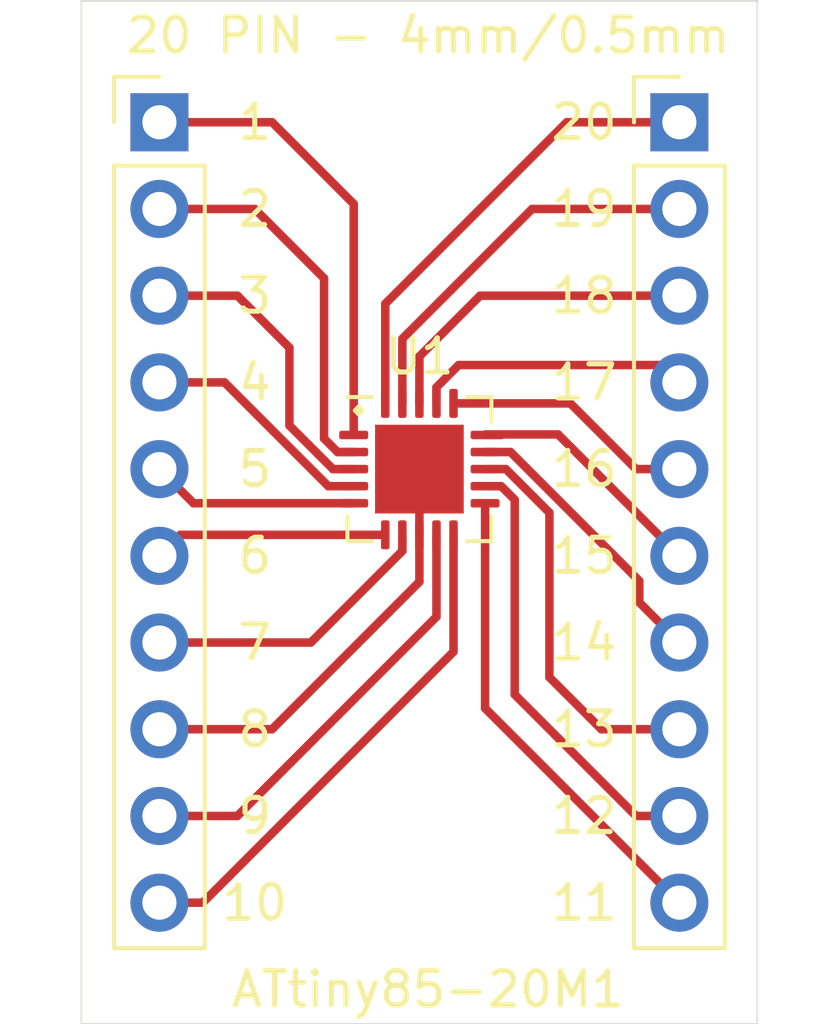
<source format=kicad_pcb>
(kicad_pcb (version 20171130) (host pcbnew "(5.1.9-0-10_14)")

  (general
    (thickness 1.6)
    (drawings 31)
    (tracks 69)
    (zones 0)
    (modules 3)
    (nets 21)
  )

  (page A4)
  (layers
    (0 F.Cu signal)
    (31 B.Cu signal)
    (32 B.Adhes user)
    (33 F.Adhes user)
    (34 B.Paste user)
    (35 F.Paste user)
    (36 B.SilkS user)
    (37 F.SilkS user)
    (38 B.Mask user)
    (39 F.Mask user)
    (40 Dwgs.User user)
    (41 Cmts.User user)
    (42 Eco1.User user)
    (43 Eco2.User user)
    (44 Edge.Cuts user)
    (45 Margin user)
    (46 B.CrtYd user)
    (47 F.CrtYd user)
    (48 B.Fab user)
    (49 F.Fab user)
  )

  (setup
    (last_trace_width 0.25)
    (trace_clearance 0.2)
    (zone_clearance 0.508)
    (zone_45_only no)
    (trace_min 0.2)
    (via_size 0.8)
    (via_drill 0.4)
    (via_min_size 0.4)
    (via_min_drill 0.3)
    (uvia_size 0.3)
    (uvia_drill 0.1)
    (uvias_allowed no)
    (uvia_min_size 0.2)
    (uvia_min_drill 0.1)
    (edge_width 0.05)
    (segment_width 0.2)
    (pcb_text_width 0.3)
    (pcb_text_size 1.5 1.5)
    (mod_edge_width 0.12)
    (mod_text_size 1 1)
    (mod_text_width 0.15)
    (pad_size 0.25 0.85)
    (pad_drill 0)
    (pad_to_mask_clearance 0)
    (aux_axis_origin 0 0)
    (visible_elements FFFFFF7F)
    (pcbplotparams
      (layerselection 0x010fc_ffffffff)
      (usegerberextensions false)
      (usegerberattributes true)
      (usegerberadvancedattributes true)
      (creategerberjobfile true)
      (excludeedgelayer true)
      (linewidth 0.100000)
      (plotframeref false)
      (viasonmask false)
      (mode 1)
      (useauxorigin false)
      (hpglpennumber 1)
      (hpglpenspeed 20)
      (hpglpendiameter 15.000000)
      (psnegative false)
      (psa4output false)
      (plotreference true)
      (plotvalue true)
      (plotinvisibletext false)
      (padsonsilk false)
      (subtractmaskfromsilk false)
      (outputformat 1)
      (mirror false)
      (drillshape 1)
      (scaleselection 1)
      (outputdirectory ""))
  )

  (net 0 "")
  (net 1 "Net-(J1-Pad10)")
  (net 2 "Net-(J1-Pad9)")
  (net 3 8)
  (net 4 "Net-(J1-Pad7)")
  (net 5 "Net-(J1-Pad6)")
  (net 6 5)
  (net 7 "Net-(J1-Pad4)")
  (net 8 "Net-(J1-Pad3)")
  (net 9 2)
  (net 10 1)
  (net 11 "Net-(J2-Pad8)")
  (net 12 15)
  (net 13 14)
  (net 14 "Net-(J2-Pad3)")
  (net 15 12)
  (net 16 11)
  (net 17 "Net-(J2-Pad5)")
  (net 18 "Net-(J2-Pad4)")
  (net 19 "Net-(J2-Pad2)")
  (net 20 "Net-(J2-Pad1)")

  (net_class Default "This is the default net class."
    (clearance 0.2)
    (trace_width 0.25)
    (via_dia 0.8)
    (via_drill 0.4)
    (uvia_dia 0.3)
    (uvia_drill 0.1)
    (add_net 1)
    (add_net 11)
    (add_net 12)
    (add_net 14)
    (add_net 15)
    (add_net 2)
    (add_net 5)
    (add_net 8)
    (add_net "Net-(J1-Pad10)")
    (add_net "Net-(J1-Pad3)")
    (add_net "Net-(J1-Pad4)")
    (add_net "Net-(J1-Pad6)")
    (add_net "Net-(J1-Pad7)")
    (add_net "Net-(J1-Pad9)")
    (add_net "Net-(J2-Pad1)")
    (add_net "Net-(J2-Pad2)")
    (add_net "Net-(J2-Pad3)")
    (add_net "Net-(J2-Pad4)")
    (add_net "Net-(J2-Pad5)")
    (add_net "Net-(J2-Pad8)")
  )

  (module Package_DFN_QFN:QFN-20-1EP_4x4mm_P0.5mm_EP2.6x2.6mm (layer F.Cu) (tedit 60752B91) (tstamp 6075803C)
    (at 156.21 86.36)
    (descr "QFN, 20 Pin (http://ww1.microchip.com/downloads/en/DeviceDoc/doc2535.pdf#page=164), generated with kicad-footprint-generator ipc_noLead_generator.py")
    (tags "QFN NoLead")
    (path /6073FFA9)
    (attr smd)
    (fp_text reference U1 (at 0 -3.3) (layer F.SilkS)
      (effects (font (size 1 1) (thickness 0.15)))
    )
    (fp_text value ATtiny85-20MU (at 0 3.3) (layer F.Fab)
      (effects (font (size 1 1) (thickness 0.15)))
    )
    (fp_line (start 2.6 -2.6) (end -2.6 -2.6) (layer F.CrtYd) (width 0.05))
    (fp_line (start 2.6 2.6) (end 2.6 -2.6) (layer F.CrtYd) (width 0.05))
    (fp_line (start -2.6 2.6) (end 2.6 2.6) (layer F.CrtYd) (width 0.05))
    (fp_line (start -2.6 -2.6) (end -2.6 2.6) (layer F.CrtYd) (width 0.05))
    (fp_line (start -2 -1) (end -1 -2) (layer F.Fab) (width 0.1))
    (fp_line (start -2 2) (end -2 -1) (layer F.Fab) (width 0.1))
    (fp_line (start 2 2) (end -2 2) (layer F.Fab) (width 0.1))
    (fp_line (start 2 -2) (end 2 2) (layer F.Fab) (width 0.1))
    (fp_line (start -1 -2) (end 2 -2) (layer F.Fab) (width 0.1))
    (fp_line (start -1.385 -2.11) (end -2.11 -2.11) (layer F.SilkS) (width 0.12))
    (fp_line (start 2.11 2.11) (end 2.11 1.385) (layer F.SilkS) (width 0.12))
    (fp_line (start 1.385 2.11) (end 2.11 2.11) (layer F.SilkS) (width 0.12))
    (fp_line (start -2.11 2.11) (end -2.11 1.385) (layer F.SilkS) (width 0.12))
    (fp_line (start -1.385 2.11) (end -2.11 2.11) (layer F.SilkS) (width 0.12))
    (fp_line (start 2.11 -2.11) (end 2.11 -1.385) (layer F.SilkS) (width 0.12))
    (fp_line (start 1.385 -2.11) (end 2.11 -2.11) (layer F.SilkS) (width 0.12))
    (fp_text user %R (at 0 0) (layer F.Fab)
      (effects (font (size 1 1) (thickness 0.15)))
    )
    (pad "" smd roundrect (at 0.65 0.65) (size 1.05 1.05) (layers F.Paste) (roundrect_rratio 0.238095))
    (pad "" smd roundrect (at 0.65 -0.65) (size 1.05 1.05) (layers F.Paste) (roundrect_rratio 0.238095))
    (pad "" smd roundrect (at -0.65 0.65) (size 1.05 1.05) (layers F.Paste) (roundrect_rratio 0.238095))
    (pad "" smd roundrect (at -0.65 -0.65) (size 1.05 1.05) (layers F.Paste) (roundrect_rratio 0.238095))
    (pad 21 smd rect (at 0 0) (size 2.6 2.6) (layers F.Cu F.Mask)
      (net 3 8))
    (pad 20 smd roundrect (at -1 -1.925) (size 0.25 0.85) (layers F.Cu F.Paste F.Mask) (roundrect_rratio 0.25)
      (net 20 "Net-(J2-Pad1)"))
    (pad 19 smd roundrect (at -0.5 -1.925) (size 0.25 0.85) (layers F.Cu F.Paste F.Mask) (roundrect_rratio 0.25)
      (net 19 "Net-(J2-Pad2)"))
    (pad 18 smd roundrect (at 0 -1.925) (size 0.25 0.85) (layers F.Cu F.Paste F.Mask) (roundrect_rratio 0.25)
      (net 14 "Net-(J2-Pad3)"))
    (pad 17 smd roundrect (at 0.5 -1.925) (size 0.25 0.85) (layers F.Cu F.Paste F.Mask) (roundrect_rratio 0.25)
      (net 18 "Net-(J2-Pad4)"))
    (pad 16 smd roundrect (at 1 -1.925) (size 0.25 0.85) (layers F.Cu F.Paste F.Mask) (roundrect_rratio 0.25)
      (net 17 "Net-(J2-Pad5)"))
    (pad 15 smd roundrect (at 1.925 -1) (size 0.85 0.25) (layers F.Cu F.Paste F.Mask) (roundrect_rratio 0.25)
      (net 12 15))
    (pad 14 smd roundrect (at 1.925 -0.5) (size 0.85 0.25) (layers F.Cu F.Paste F.Mask) (roundrect_rratio 0.25)
      (net 13 14))
    (pad 13 smd roundrect (at 1.925 0) (size 0.85 0.25) (layers F.Cu F.Paste F.Mask) (roundrect_rratio 0.25)
      (net 11 "Net-(J2-Pad8)"))
    (pad 12 smd roundrect (at 1.925 0.5) (size 0.85 0.25) (layers F.Cu F.Paste F.Mask) (roundrect_rratio 0.25)
      (net 15 12))
    (pad 11 smd roundrect (at 1.925 1) (size 0.85 0.25) (layers F.Cu F.Paste F.Mask) (roundrect_rratio 0.25)
      (net 16 11))
    (pad 10 smd roundrect (at 1 1.925) (size 0.25 0.85) (layers F.Cu F.Paste F.Mask) (roundrect_rratio 0.25)
      (net 1 "Net-(J1-Pad10)"))
    (pad 9 smd roundrect (at 0.5 1.925) (size 0.25 0.85) (layers F.Cu F.Paste F.Mask) (roundrect_rratio 0.25)
      (net 2 "Net-(J1-Pad9)"))
    (pad 8 smd roundrect (at 0 1.925) (size 0.25 0.85) (layers F.Cu F.Paste F.Mask) (roundrect_rratio 0.25)
      (net 3 8))
    (pad 7 smd roundrect (at -0.5 1.925) (size 0.25 0.85) (layers F.Cu F.Paste F.Mask) (roundrect_rratio 0.25)
      (net 4 "Net-(J1-Pad7)"))
    (pad 6 smd roundrect (at -1 1.925) (size 0.25 0.85) (layers F.Cu F.Paste F.Mask) (roundrect_rratio 0.25)
      (net 5 "Net-(J1-Pad6)"))
    (pad 5 smd roundrect (at -1.925 1) (size 0.85 0.25) (layers F.Cu F.Paste F.Mask) (roundrect_rratio 0.25)
      (net 6 5))
    (pad 4 smd roundrect (at -1.925 0.5) (size 0.85 0.25) (layers F.Cu F.Paste F.Mask) (roundrect_rratio 0.25)
      (net 7 "Net-(J1-Pad4)"))
    (pad 3 smd roundrect (at -1.925 0) (size 0.85 0.25) (layers F.Cu F.Paste F.Mask) (roundrect_rratio 0.25)
      (net 8 "Net-(J1-Pad3)"))
    (pad 2 smd roundrect (at -1.925 -0.5) (size 0.85 0.25) (layers F.Cu F.Paste F.Mask) (roundrect_rratio 0.25)
      (net 9 2))
    (pad 1 smd roundrect (at -1.925 -1) (size 0.85 0.25) (layers F.Cu F.Paste F.Mask) (roundrect_rratio 0.25)
      (net 10 1))
    (model ${KISYS3DMOD}/Package_DFN_QFN.3dshapes/QFN-20-1EP_4x4mm_P0.5mm_EP2.6x2.6mm.wrl
      (at (xyz 0 0 0))
      (scale (xyz 1 1 1))
      (rotate (xyz 0 0 0))
    )
  )

  (module Connector_PinHeader_2.54mm:PinHeader_1x10_P2.54mm_Vertical (layer F.Cu) (tedit 59FED5CC) (tstamp 6075772E)
    (at 163.83 76.2)
    (descr "Through hole straight pin header, 1x10, 2.54mm pitch, single row")
    (tags "Through hole pin header THT 1x10 2.54mm single row")
    (path /60746791)
    (fp_text reference J2 (at 0 -2.33) (layer F.SilkS) hide
      (effects (font (size 1 1) (thickness 0.15)))
    )
    (fp_text value Conn_01x10 (at 0 25.19) (layer F.Fab)
      (effects (font (size 1 1) (thickness 0.15)))
    )
    (fp_line (start 1.8 -1.8) (end -1.8 -1.8) (layer F.CrtYd) (width 0.05))
    (fp_line (start 1.8 24.65) (end 1.8 -1.8) (layer F.CrtYd) (width 0.05))
    (fp_line (start -1.8 24.65) (end 1.8 24.65) (layer F.CrtYd) (width 0.05))
    (fp_line (start -1.8 -1.8) (end -1.8 24.65) (layer F.CrtYd) (width 0.05))
    (fp_line (start -1.33 -1.33) (end 0 -1.33) (layer F.SilkS) (width 0.12))
    (fp_line (start -1.33 0) (end -1.33 -1.33) (layer F.SilkS) (width 0.12))
    (fp_line (start -1.33 1.27) (end 1.33 1.27) (layer F.SilkS) (width 0.12))
    (fp_line (start 1.33 1.27) (end 1.33 24.19) (layer F.SilkS) (width 0.12))
    (fp_line (start -1.33 1.27) (end -1.33 24.19) (layer F.SilkS) (width 0.12))
    (fp_line (start -1.33 24.19) (end 1.33 24.19) (layer F.SilkS) (width 0.12))
    (fp_line (start -1.27 -0.635) (end -0.635 -1.27) (layer F.Fab) (width 0.1))
    (fp_line (start -1.27 24.13) (end -1.27 -0.635) (layer F.Fab) (width 0.1))
    (fp_line (start 1.27 24.13) (end -1.27 24.13) (layer F.Fab) (width 0.1))
    (fp_line (start 1.27 -1.27) (end 1.27 24.13) (layer F.Fab) (width 0.1))
    (fp_line (start -0.635 -1.27) (end 1.27 -1.27) (layer F.Fab) (width 0.1))
    (fp_text user %R (at 0 11.43 90) (layer F.Fab)
      (effects (font (size 1 1) (thickness 0.15)))
    )
    (pad 10 thru_hole oval (at 0 22.86) (size 1.7 1.7) (drill 1) (layers *.Cu *.Mask)
      (net 16 11))
    (pad 9 thru_hole oval (at 0 20.32) (size 1.7 1.7) (drill 1) (layers *.Cu *.Mask)
      (net 15 12))
    (pad 8 thru_hole oval (at 0 17.78) (size 1.7 1.7) (drill 1) (layers *.Cu *.Mask)
      (net 11 "Net-(J2-Pad8)"))
    (pad 7 thru_hole oval (at 0 15.24) (size 1.7 1.7) (drill 1) (layers *.Cu *.Mask)
      (net 13 14))
    (pad 6 thru_hole oval (at 0 12.7) (size 1.7 1.7) (drill 1) (layers *.Cu *.Mask)
      (net 12 15))
    (pad 5 thru_hole oval (at 0 10.16) (size 1.7 1.7) (drill 1) (layers *.Cu *.Mask)
      (net 17 "Net-(J2-Pad5)"))
    (pad 4 thru_hole oval (at 0 7.62) (size 1.7 1.7) (drill 1) (layers *.Cu *.Mask)
      (net 18 "Net-(J2-Pad4)"))
    (pad 3 thru_hole oval (at 0 5.08) (size 1.7 1.7) (drill 1) (layers *.Cu *.Mask)
      (net 14 "Net-(J2-Pad3)"))
    (pad 2 thru_hole oval (at 0 2.54) (size 1.7 1.7) (drill 1) (layers *.Cu *.Mask)
      (net 19 "Net-(J2-Pad2)"))
    (pad 1 thru_hole rect (at 0 0) (size 1.7 1.7) (drill 1) (layers *.Cu *.Mask)
      (net 20 "Net-(J2-Pad1)"))
    (model ${KISYS3DMOD}/Connector_PinHeader_2.54mm.3dshapes/PinHeader_1x10_P2.54mm_Vertical.wrl
      (at (xyz 0 0 0))
      (scale (xyz 1 1 1))
      (rotate (xyz 0 0 0))
    )
  )

  (module Connector_PinHeader_2.54mm:PinHeader_1x10_P2.54mm_Vertical (layer F.Cu) (tedit 59FED5CC) (tstamp 60757710)
    (at 148.59 76.2)
    (descr "Through hole straight pin header, 1x10, 2.54mm pitch, single row")
    (tags "Through hole pin header THT 1x10 2.54mm single row")
    (path /60748EDE)
    (fp_text reference J1 (at 0 -2.33) (layer F.SilkS) hide
      (effects (font (size 1 1) (thickness 0.15)))
    )
    (fp_text value Conn_01x10 (at 0 25.19) (layer F.Fab)
      (effects (font (size 1 1) (thickness 0.15)))
    )
    (fp_line (start 1.8 -1.8) (end -1.8 -1.8) (layer F.CrtYd) (width 0.05))
    (fp_line (start 1.8 24.65) (end 1.8 -1.8) (layer F.CrtYd) (width 0.05))
    (fp_line (start -1.8 24.65) (end 1.8 24.65) (layer F.CrtYd) (width 0.05))
    (fp_line (start -1.8 -1.8) (end -1.8 24.65) (layer F.CrtYd) (width 0.05))
    (fp_line (start -1.33 -1.33) (end 0 -1.33) (layer F.SilkS) (width 0.12))
    (fp_line (start -1.33 0) (end -1.33 -1.33) (layer F.SilkS) (width 0.12))
    (fp_line (start -1.33 1.27) (end 1.33 1.27) (layer F.SilkS) (width 0.12))
    (fp_line (start 1.33 1.27) (end 1.33 24.19) (layer F.SilkS) (width 0.12))
    (fp_line (start -1.33 1.27) (end -1.33 24.19) (layer F.SilkS) (width 0.12))
    (fp_line (start -1.33 24.19) (end 1.33 24.19) (layer F.SilkS) (width 0.12))
    (fp_line (start -1.27 -0.635) (end -0.635 -1.27) (layer F.Fab) (width 0.1))
    (fp_line (start -1.27 24.13) (end -1.27 -0.635) (layer F.Fab) (width 0.1))
    (fp_line (start 1.27 24.13) (end -1.27 24.13) (layer F.Fab) (width 0.1))
    (fp_line (start 1.27 -1.27) (end 1.27 24.13) (layer F.Fab) (width 0.1))
    (fp_line (start -0.635 -1.27) (end 1.27 -1.27) (layer F.Fab) (width 0.1))
    (fp_text user %R (at 0 11.43 90) (layer F.Fab)
      (effects (font (size 1 1) (thickness 0.15)))
    )
    (pad 10 thru_hole oval (at 0 22.86) (size 1.7 1.7) (drill 1) (layers *.Cu *.Mask)
      (net 1 "Net-(J1-Pad10)"))
    (pad 9 thru_hole oval (at 0 20.32) (size 1.7 1.7) (drill 1) (layers *.Cu *.Mask)
      (net 2 "Net-(J1-Pad9)"))
    (pad 8 thru_hole oval (at 0 17.78) (size 1.7 1.7) (drill 1) (layers *.Cu *.Mask)
      (net 3 8))
    (pad 7 thru_hole oval (at 0 15.24) (size 1.7 1.7) (drill 1) (layers *.Cu *.Mask)
      (net 4 "Net-(J1-Pad7)"))
    (pad 6 thru_hole oval (at 0 12.7) (size 1.7 1.7) (drill 1) (layers *.Cu *.Mask)
      (net 5 "Net-(J1-Pad6)"))
    (pad 5 thru_hole oval (at 0 10.16) (size 1.7 1.7) (drill 1) (layers *.Cu *.Mask)
      (net 6 5))
    (pad 4 thru_hole oval (at 0 7.62) (size 1.7 1.7) (drill 1) (layers *.Cu *.Mask)
      (net 7 "Net-(J1-Pad4)"))
    (pad 3 thru_hole oval (at 0 5.08) (size 1.7 1.7) (drill 1) (layers *.Cu *.Mask)
      (net 8 "Net-(J1-Pad3)"))
    (pad 2 thru_hole oval (at 0 2.54) (size 1.7 1.7) (drill 1) (layers *.Cu *.Mask)
      (net 9 2))
    (pad 1 thru_hole rect (at 0 0) (size 1.7 1.7) (drill 1) (layers *.Cu *.Mask)
      (net 10 1))
    (model ${KISYS3DMOD}/Connector_PinHeader_2.54mm.3dshapes/PinHeader_1x10_P2.54mm_Vertical.wrl
      (at (xyz 0 0 0))
      (scale (xyz 1 1 1))
      (rotate (xyz 0 0 0))
    )
  )

  (gr_text . (at 154.432 83.82) (layer F.SilkS) (tstamp 6075998C)
    (effects (font (size 2 2) (thickness 0.15)))
  )
  (gr_text "20 PIN - 4mm/0.5mm" (at 156.464 73.66) (layer F.SilkS) (tstamp 60759267)
    (effects (font (size 1 1) (thickness 0.15)))
  )
  (gr_text ATtiny85-20M1 (at 156.464 101.6) (layer F.SilkS)
    (effects (font (size 1 1) (thickness 0.15)))
  )
  (gr_line (start 146.304 102.616) (end 146.304 101.6) (layer Edge.Cuts) (width 0.05) (tstamp 607590C0))
  (gr_line (start 166.116 102.616) (end 146.304 102.616) (layer Edge.Cuts) (width 0.05))
  (gr_line (start 166.116 101.6) (end 166.116 102.616) (layer Edge.Cuts) (width 0.05))
  (gr_text 20 (at 161.036 76.2) (layer F.SilkS) (tstamp 60758F97)
    (effects (font (size 1 1) (thickness 0.15)))
  )
  (gr_text 19 (at 161.036 78.74) (layer F.SilkS) (tstamp 60758F97)
    (effects (font (size 1 1) (thickness 0.15)))
  )
  (gr_text "18\n" (at 161.036 81.28) (layer F.SilkS) (tstamp 60758F97)
    (effects (font (size 1 1) (thickness 0.15)))
  )
  (gr_text 17 (at 161.036 83.82) (layer F.SilkS) (tstamp 60758F97)
    (effects (font (size 1 1) (thickness 0.15)))
  )
  (gr_text "16\n" (at 161.036 86.36) (layer F.SilkS) (tstamp 60758F97)
    (effects (font (size 1 1) (thickness 0.15)))
  )
  (gr_text 15 (at 161.036 88.9) (layer F.SilkS) (tstamp 60758F97)
    (effects (font (size 1 1) (thickness 0.15)))
  )
  (gr_text "14\n" (at 161.036 91.44) (layer F.SilkS) (tstamp 60758F97)
    (effects (font (size 1 1) (thickness 0.15)))
  )
  (gr_text "13\n" (at 161.036 93.98) (layer F.SilkS) (tstamp 60758F97)
    (effects (font (size 1 1) (thickness 0.15)))
  )
  (gr_text "12\n" (at 161.036 96.52) (layer F.SilkS) (tstamp 60758F97)
    (effects (font (size 1 1) (thickness 0.15)))
  )
  (gr_text "11\n" (at 161.036 99.06) (layer F.SilkS) (tstamp 60758F97)
    (effects (font (size 1 1) (thickness 0.15)))
  )
  (gr_text 10 (at 151.384 99.06) (layer F.SilkS) (tstamp 60758F97)
    (effects (font (size 1 1) (thickness 0.15)))
  )
  (gr_text 9 (at 151.384 96.52) (layer F.SilkS) (tstamp 60758F97)
    (effects (font (size 1 1) (thickness 0.15)))
  )
  (gr_text 8 (at 151.384 93.98) (layer F.SilkS) (tstamp 60758F97)
    (effects (font (size 1 1) (thickness 0.15)))
  )
  (gr_text 7 (at 151.384 91.44) (layer F.SilkS) (tstamp 60758F97)
    (effects (font (size 1 1) (thickness 0.15)))
  )
  (gr_text 6 (at 151.384 88.9) (layer F.SilkS) (tstamp 60758F97)
    (effects (font (size 1 1) (thickness 0.15)))
  )
  (gr_text 5 (at 151.384 86.36) (layer F.SilkS) (tstamp 60758F97)
    (effects (font (size 1 1) (thickness 0.15)))
  )
  (gr_text 4 (at 151.384 83.82) (layer F.SilkS) (tstamp 60758F97)
    (effects (font (size 1 1) (thickness 0.15)))
  )
  (gr_text 3 (at 151.384 81.28) (layer F.SilkS) (tstamp 60758F97)
    (effects (font (size 1 1) (thickness 0.15)))
  )
  (gr_text 2 (at 151.384 78.74) (layer F.SilkS) (tstamp 60758F97)
    (effects (font (size 1 1) (thickness 0.15)))
  )
  (gr_text "1\n" (at 151.384 76.2) (layer F.SilkS)
    (effects (font (size 1 1) (thickness 0.15)))
  )
  (gr_line (start 146.304 72.644) (end 146.304 76.2) (layer Edge.Cuts) (width 0.05) (tstamp 60758E45))
  (gr_line (start 166.116 72.644) (end 146.304 72.644) (layer Edge.Cuts) (width 0.05))
  (gr_line (start 166.116 101.6) (end 166.116 72.644) (layer Edge.Cuts) (width 0.05))
  (gr_line (start 146.304 76.2) (end 146.304 101.6) (layer Edge.Cuts) (width 0.05))
  (dimension 15.24 (width 0.15) (layer Dwgs.User)
    (gr_text "15.240 mm" (at 156.21 74.9) (layer Dwgs.User)
      (effects (font (size 1 1) (thickness 0.15)))
    )
    (feature1 (pts (xy 148.59 76.2) (xy 148.59 75.613579)))
    (feature2 (pts (xy 163.83 76.2) (xy 163.83 75.613579)))
    (crossbar (pts (xy 163.83 76.2) (xy 148.59 76.2)))
    (arrow1a (pts (xy 148.59 76.2) (xy 149.716504 75.613579)))
    (arrow1b (pts (xy 148.59 76.2) (xy 149.716504 76.786421)))
    (arrow2a (pts (xy 163.83 76.2) (xy 162.703496 75.613579)))
    (arrow2b (pts (xy 163.83 76.2) (xy 162.703496 76.786421)))
  )

  (segment (start 157.21 88.285) (end 157.21 91.71) (width 0.25) (layer F.Cu) (net 1))
  (segment (start 149.86 99.06) (end 148.59 99.06) (width 0.25) (layer F.Cu) (net 1))
  (segment (start 157.21 91.71) (end 149.86 99.06) (width 0.25) (layer F.Cu) (net 1))
  (segment (start 156.71 90.686) (end 150.876 96.52) (width 0.25) (layer F.Cu) (net 2))
  (segment (start 150.876 96.52) (end 148.59 96.52) (width 0.25) (layer F.Cu) (net 2))
  (segment (start 156.71 88.285) (end 156.71 90.686) (width 0.25) (layer F.Cu) (net 2))
  (segment (start 151.892 93.98) (end 148.59 93.98) (width 0.25) (layer F.Cu) (net 3))
  (segment (start 156.21 89.662) (end 151.892 93.98) (width 0.25) (layer F.Cu) (net 3))
  (segment (start 156.21 88.285) (end 156.21 89.662) (width 0.25) (layer F.Cu) (net 3))
  (segment (start 156.21 88.285) (end 156.21 86.36) (width 0.25) (layer F.Cu) (net 3))
  (segment (start 155.71 88.758022) (end 155.71 88.285) (width 0.25) (layer F.Cu) (net 4))
  (segment (start 153.028022 91.44) (end 155.71 88.758022) (width 0.25) (layer F.Cu) (net 4))
  (segment (start 148.59 91.44) (end 153.028022 91.44) (width 0.25) (layer F.Cu) (net 4))
  (segment (start 149.205 88.285) (end 148.59 88.9) (width 0.25) (layer F.Cu) (net 5))
  (segment (start 155.21 88.285) (end 149.205 88.285) (width 0.25) (layer F.Cu) (net 5))
  (segment (start 149.59 87.36) (end 148.59 86.36) (width 0.25) (layer F.Cu) (net 6))
  (segment (start 154.285 87.36) (end 149.59 87.36) (width 0.25) (layer F.Cu) (net 6))
  (segment (start 153.539158 86.86) (end 150.499158 83.82) (width 0.25) (layer F.Cu) (net 7))
  (segment (start 154.285 86.86) (end 153.539158 86.86) (width 0.25) (layer F.Cu) (net 7))
  (segment (start 150.499158 83.82) (end 148.59 83.82) (width 0.25) (layer F.Cu) (net 7))
  (segment (start 153.675568 86.36) (end 152.4 85.084432) (width 0.25) (layer F.Cu) (net 8))
  (segment (start 154.285 86.36) (end 153.675568 86.36) (width 0.25) (layer F.Cu) (net 8))
  (segment (start 152.4 85.084432) (end 152.4 82.804) (width 0.25) (layer F.Cu) (net 8))
  (segment (start 150.876 81.28) (end 148.59 81.28) (width 0.25) (layer F.Cu) (net 8))
  (segment (start 152.4 82.804) (end 150.876 81.28) (width 0.25) (layer F.Cu) (net 8))
  (segment (start 153.811978 85.86) (end 153.416 85.464022) (width 0.25) (layer F.Cu) (net 9))
  (segment (start 154.285 85.86) (end 153.811978 85.86) (width 0.25) (layer F.Cu) (net 9))
  (segment (start 153.416 85.464022) (end 153.416 80.772) (width 0.25) (layer F.Cu) (net 9))
  (segment (start 151.384 78.74) (end 148.59 78.74) (width 0.25) (layer F.Cu) (net 9))
  (segment (start 153.416 80.772) (end 151.384 78.74) (width 0.25) (layer F.Cu) (net 9))
  (segment (start 154.285 85.36) (end 154.285 78.593) (width 0.25) (layer F.Cu) (net 10))
  (segment (start 151.892 76.2) (end 148.59 76.2) (width 0.25) (layer F.Cu) (net 10))
  (segment (start 154.285 78.593) (end 151.892 76.2) (width 0.25) (layer F.Cu) (net 10))
  (segment (start 158.744432 86.36) (end 160.02 87.635568) (width 0.25) (layer F.Cu) (net 11))
  (segment (start 158.135 86.36) (end 158.744432 86.36) (width 0.25) (layer F.Cu) (net 11))
  (segment (start 160.02 87.635568) (end 160.02 92.456) (width 0.25) (layer F.Cu) (net 11))
  (segment (start 160.02 92.456) (end 161.544 93.98) (width 0.25) (layer F.Cu) (net 11))
  (segment (start 161.544 93.98) (end 163.83 93.98) (width 0.25) (layer F.Cu) (net 11))
  (segment (start 158.135 85.36) (end 158.608022 85.36) (width 0.25) (layer F.Cu) (net 12))
  (segment (start 163.83 88.9) (end 160.274 85.344) (width 0.25) (layer F.Cu) (net 12))
  (segment (start 158.151 85.344) (end 158.135 85.36) (width 0.25) (layer F.Cu) (net 12))
  (segment (start 160.274 85.344) (end 158.151 85.344) (width 0.25) (layer F.Cu) (net 12))
  (segment (start 158.880842 85.86) (end 158.135 85.86) (width 0.25) (layer F.Cu) (net 13))
  (segment (start 162.654999 90.264999) (end 162.654999 89.634157) (width 0.25) (layer F.Cu) (net 13))
  (segment (start 162.654999 89.634157) (end 158.880842 85.86) (width 0.25) (layer F.Cu) (net 13))
  (segment (start 163.83 91.44) (end 162.654999 90.264999) (width 0.25) (layer F.Cu) (net 13))
  (segment (start 156.21 84.435) (end 156.21 83.058) (width 0.25) (layer F.Cu) (net 14))
  (segment (start 157.988 81.28) (end 163.83 81.28) (width 0.25) (layer F.Cu) (net 14))
  (segment (start 156.21 83.058) (end 157.988 81.28) (width 0.25) (layer F.Cu) (net 14))
  (segment (start 159.004 92.964) (end 159.004 87.255978) (width 0.25) (layer F.Cu) (net 15))
  (segment (start 158.608022 86.86) (end 158.135 86.86) (width 0.25) (layer F.Cu) (net 15))
  (segment (start 159.004 87.255978) (end 158.608022 86.86) (width 0.25) (layer F.Cu) (net 15))
  (segment (start 162.56 96.52) (end 159.004 92.964) (width 0.25) (layer F.Cu) (net 15))
  (segment (start 163.83 96.52) (end 162.56 96.52) (width 0.25) (layer F.Cu) (net 15))
  (segment (start 158.135 93.365) (end 158.135 87.36) (width 0.25) (layer F.Cu) (net 16))
  (segment (start 163.83 99.06) (end 158.135 93.365) (width 0.25) (layer F.Cu) (net 16))
  (segment (start 157.21 84.435) (end 160.635 84.435) (width 0.25) (layer F.Cu) (net 17))
  (segment (start 162.56 86.36) (end 163.83 86.36) (width 0.25) (layer F.Cu) (net 17))
  (segment (start 160.635 84.435) (end 162.56 86.36) (width 0.25) (layer F.Cu) (net 17))
  (segment (start 156.71 83.961978) (end 157.359978 83.312) (width 0.25) (layer F.Cu) (net 18))
  (segment (start 156.71 84.435) (end 156.71 83.961978) (width 0.25) (layer F.Cu) (net 18))
  (segment (start 163.322 83.312) (end 163.83 83.82) (width 0.25) (layer F.Cu) (net 18))
  (segment (start 157.359978 83.312) (end 163.322 83.312) (width 0.25) (layer F.Cu) (net 18))
  (segment (start 155.71 84.435) (end 155.71 82.542) (width 0.25) (layer F.Cu) (net 19))
  (segment (start 159.512 78.74) (end 163.83 78.74) (width 0.25) (layer F.Cu) (net 19))
  (segment (start 155.71 82.542) (end 159.512 78.74) (width 0.25) (layer F.Cu) (net 19))
  (segment (start 155.21 81.518) (end 160.528 76.2) (width 0.25) (layer F.Cu) (net 20))
  (segment (start 160.528 76.2) (end 163.83 76.2) (width 0.25) (layer F.Cu) (net 20))
  (segment (start 155.21 84.435) (end 155.21 81.518) (width 0.25) (layer F.Cu) (net 20))

)

</source>
